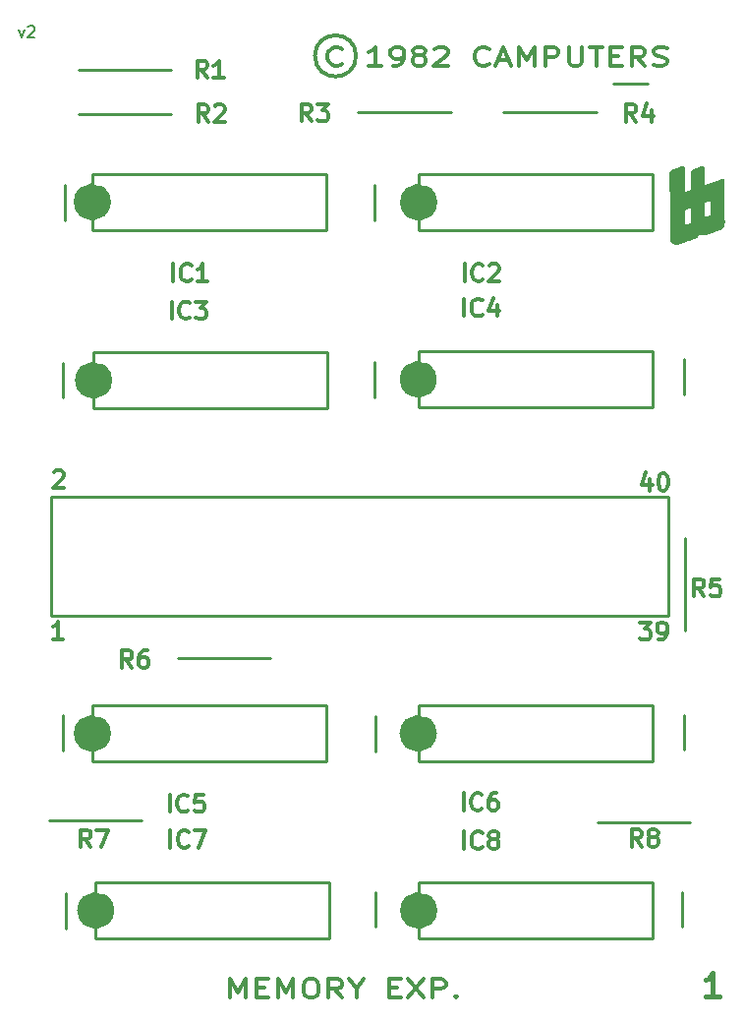
<source format=gbr>
%TF.GenerationSoftware,KiCad,Pcbnew,7.0.7*%
%TF.CreationDate,2023-11-27T02:20:36+00:00*%
%TF.ProjectId,Lynx-MK1-MEM,4c796e78-2d4d-44b3-912d-4d454d2e6b69,rev?*%
%TF.SameCoordinates,Original*%
%TF.FileFunction,Legend,Top*%
%TF.FilePolarity,Positive*%
%FSLAX46Y46*%
G04 Gerber Fmt 4.6, Leading zero omitted, Abs format (unit mm)*
G04 Created by KiCad (PCBNEW 7.0.7) date 2023-11-27 02:20:36*
%MOMM*%
%LPD*%
G01*
G04 APERTURE LIST*
%ADD10C,0.300000*%
%ADD11C,0.320000*%
%ADD12C,0.400000*%
%ADD13C,0.150000*%
%ADD14C,0.254000*%
%ADD15C,1.610849*%
G04 APERTURE END LIST*
D10*
X105000028Y-62190000D02*
G75*
G03*
X105000028Y-62190000I-1770028J0D01*
G01*
D11*
X103789573Y-62875169D02*
X103694335Y-62951360D01*
X103694335Y-62951360D02*
X103408621Y-63027550D01*
X103408621Y-63027550D02*
X103218145Y-63027550D01*
X103218145Y-63027550D02*
X102932430Y-62951360D01*
X102932430Y-62951360D02*
X102741954Y-62798979D01*
X102741954Y-62798979D02*
X102646716Y-62646598D01*
X102646716Y-62646598D02*
X102551478Y-62341836D01*
X102551478Y-62341836D02*
X102551478Y-62113264D01*
X102551478Y-62113264D02*
X102646716Y-61808502D01*
X102646716Y-61808502D02*
X102741954Y-61656121D01*
X102741954Y-61656121D02*
X102932430Y-61503740D01*
X102932430Y-61503740D02*
X103218145Y-61427550D01*
X103218145Y-61427550D02*
X103408621Y-61427550D01*
X103408621Y-61427550D02*
X103694335Y-61503740D01*
X103694335Y-61503740D02*
X103789573Y-61579931D01*
X107218145Y-63027550D02*
X106075288Y-63027550D01*
X106646716Y-63027550D02*
X106646716Y-61427550D01*
X106646716Y-61427550D02*
X106456240Y-61656121D01*
X106456240Y-61656121D02*
X106265764Y-61808502D01*
X106265764Y-61808502D02*
X106075288Y-61884693D01*
X108170526Y-63027550D02*
X108551478Y-63027550D01*
X108551478Y-63027550D02*
X108741955Y-62951360D01*
X108741955Y-62951360D02*
X108837193Y-62875169D01*
X108837193Y-62875169D02*
X109027669Y-62646598D01*
X109027669Y-62646598D02*
X109122907Y-62341836D01*
X109122907Y-62341836D02*
X109122907Y-61732312D01*
X109122907Y-61732312D02*
X109027669Y-61579931D01*
X109027669Y-61579931D02*
X108932431Y-61503740D01*
X108932431Y-61503740D02*
X108741955Y-61427550D01*
X108741955Y-61427550D02*
X108361002Y-61427550D01*
X108361002Y-61427550D02*
X108170526Y-61503740D01*
X108170526Y-61503740D02*
X108075288Y-61579931D01*
X108075288Y-61579931D02*
X107980050Y-61732312D01*
X107980050Y-61732312D02*
X107980050Y-62113264D01*
X107980050Y-62113264D02*
X108075288Y-62265645D01*
X108075288Y-62265645D02*
X108170526Y-62341836D01*
X108170526Y-62341836D02*
X108361002Y-62418026D01*
X108361002Y-62418026D02*
X108741955Y-62418026D01*
X108741955Y-62418026D02*
X108932431Y-62341836D01*
X108932431Y-62341836D02*
X109027669Y-62265645D01*
X109027669Y-62265645D02*
X109122907Y-62113264D01*
X110265764Y-62113264D02*
X110075288Y-62037074D01*
X110075288Y-62037074D02*
X109980050Y-61960883D01*
X109980050Y-61960883D02*
X109884812Y-61808502D01*
X109884812Y-61808502D02*
X109884812Y-61732312D01*
X109884812Y-61732312D02*
X109980050Y-61579931D01*
X109980050Y-61579931D02*
X110075288Y-61503740D01*
X110075288Y-61503740D02*
X110265764Y-61427550D01*
X110265764Y-61427550D02*
X110646717Y-61427550D01*
X110646717Y-61427550D02*
X110837193Y-61503740D01*
X110837193Y-61503740D02*
X110932431Y-61579931D01*
X110932431Y-61579931D02*
X111027669Y-61732312D01*
X111027669Y-61732312D02*
X111027669Y-61808502D01*
X111027669Y-61808502D02*
X110932431Y-61960883D01*
X110932431Y-61960883D02*
X110837193Y-62037074D01*
X110837193Y-62037074D02*
X110646717Y-62113264D01*
X110646717Y-62113264D02*
X110265764Y-62113264D01*
X110265764Y-62113264D02*
X110075288Y-62189455D01*
X110075288Y-62189455D02*
X109980050Y-62265645D01*
X109980050Y-62265645D02*
X109884812Y-62418026D01*
X109884812Y-62418026D02*
X109884812Y-62722788D01*
X109884812Y-62722788D02*
X109980050Y-62875169D01*
X109980050Y-62875169D02*
X110075288Y-62951360D01*
X110075288Y-62951360D02*
X110265764Y-63027550D01*
X110265764Y-63027550D02*
X110646717Y-63027550D01*
X110646717Y-63027550D02*
X110837193Y-62951360D01*
X110837193Y-62951360D02*
X110932431Y-62875169D01*
X110932431Y-62875169D02*
X111027669Y-62722788D01*
X111027669Y-62722788D02*
X111027669Y-62418026D01*
X111027669Y-62418026D02*
X110932431Y-62265645D01*
X110932431Y-62265645D02*
X110837193Y-62189455D01*
X110837193Y-62189455D02*
X110646717Y-62113264D01*
X111789574Y-61579931D02*
X111884812Y-61503740D01*
X111884812Y-61503740D02*
X112075288Y-61427550D01*
X112075288Y-61427550D02*
X112551479Y-61427550D01*
X112551479Y-61427550D02*
X112741955Y-61503740D01*
X112741955Y-61503740D02*
X112837193Y-61579931D01*
X112837193Y-61579931D02*
X112932431Y-61732312D01*
X112932431Y-61732312D02*
X112932431Y-61884693D01*
X112932431Y-61884693D02*
X112837193Y-62113264D01*
X112837193Y-62113264D02*
X111694336Y-63027550D01*
X111694336Y-63027550D02*
X112932431Y-63027550D01*
X116456241Y-62875169D02*
X116361003Y-62951360D01*
X116361003Y-62951360D02*
X116075289Y-63027550D01*
X116075289Y-63027550D02*
X115884813Y-63027550D01*
X115884813Y-63027550D02*
X115599098Y-62951360D01*
X115599098Y-62951360D02*
X115408622Y-62798979D01*
X115408622Y-62798979D02*
X115313384Y-62646598D01*
X115313384Y-62646598D02*
X115218146Y-62341836D01*
X115218146Y-62341836D02*
X115218146Y-62113264D01*
X115218146Y-62113264D02*
X115313384Y-61808502D01*
X115313384Y-61808502D02*
X115408622Y-61656121D01*
X115408622Y-61656121D02*
X115599098Y-61503740D01*
X115599098Y-61503740D02*
X115884813Y-61427550D01*
X115884813Y-61427550D02*
X116075289Y-61427550D01*
X116075289Y-61427550D02*
X116361003Y-61503740D01*
X116361003Y-61503740D02*
X116456241Y-61579931D01*
X117218146Y-62570407D02*
X118170527Y-62570407D01*
X117027670Y-63027550D02*
X117694336Y-61427550D01*
X117694336Y-61427550D02*
X118361003Y-63027550D01*
X119027670Y-63027550D02*
X119027670Y-61427550D01*
X119027670Y-61427550D02*
X119694337Y-62570407D01*
X119694337Y-62570407D02*
X120361003Y-61427550D01*
X120361003Y-61427550D02*
X120361003Y-63027550D01*
X121313384Y-63027550D02*
X121313384Y-61427550D01*
X121313384Y-61427550D02*
X122075289Y-61427550D01*
X122075289Y-61427550D02*
X122265765Y-61503740D01*
X122265765Y-61503740D02*
X122361003Y-61579931D01*
X122361003Y-61579931D02*
X122456241Y-61732312D01*
X122456241Y-61732312D02*
X122456241Y-61960883D01*
X122456241Y-61960883D02*
X122361003Y-62113264D01*
X122361003Y-62113264D02*
X122265765Y-62189455D01*
X122265765Y-62189455D02*
X122075289Y-62265645D01*
X122075289Y-62265645D02*
X121313384Y-62265645D01*
X123313384Y-61427550D02*
X123313384Y-62722788D01*
X123313384Y-62722788D02*
X123408622Y-62875169D01*
X123408622Y-62875169D02*
X123503860Y-62951360D01*
X123503860Y-62951360D02*
X123694336Y-63027550D01*
X123694336Y-63027550D02*
X124075289Y-63027550D01*
X124075289Y-63027550D02*
X124265765Y-62951360D01*
X124265765Y-62951360D02*
X124361003Y-62875169D01*
X124361003Y-62875169D02*
X124456241Y-62722788D01*
X124456241Y-62722788D02*
X124456241Y-61427550D01*
X125122908Y-61427550D02*
X126265765Y-61427550D01*
X125694336Y-63027550D02*
X125694336Y-61427550D01*
X126932432Y-62189455D02*
X127599099Y-62189455D01*
X127884813Y-63027550D02*
X126932432Y-63027550D01*
X126932432Y-63027550D02*
X126932432Y-61427550D01*
X126932432Y-61427550D02*
X127884813Y-61427550D01*
X129884813Y-63027550D02*
X129218146Y-62265645D01*
X128741956Y-63027550D02*
X128741956Y-61427550D01*
X128741956Y-61427550D02*
X129503861Y-61427550D01*
X129503861Y-61427550D02*
X129694337Y-61503740D01*
X129694337Y-61503740D02*
X129789575Y-61579931D01*
X129789575Y-61579931D02*
X129884813Y-61732312D01*
X129884813Y-61732312D02*
X129884813Y-61960883D01*
X129884813Y-61960883D02*
X129789575Y-62113264D01*
X129789575Y-62113264D02*
X129694337Y-62189455D01*
X129694337Y-62189455D02*
X129503861Y-62265645D01*
X129503861Y-62265645D02*
X128741956Y-62265645D01*
X130646718Y-62951360D02*
X130932432Y-63027550D01*
X130932432Y-63027550D02*
X131408623Y-63027550D01*
X131408623Y-63027550D02*
X131599099Y-62951360D01*
X131599099Y-62951360D02*
X131694337Y-62875169D01*
X131694337Y-62875169D02*
X131789575Y-62722788D01*
X131789575Y-62722788D02*
X131789575Y-62570407D01*
X131789575Y-62570407D02*
X131694337Y-62418026D01*
X131694337Y-62418026D02*
X131599099Y-62341836D01*
X131599099Y-62341836D02*
X131408623Y-62265645D01*
X131408623Y-62265645D02*
X131027670Y-62189455D01*
X131027670Y-62189455D02*
X130837194Y-62113264D01*
X130837194Y-62113264D02*
X130741956Y-62037074D01*
X130741956Y-62037074D02*
X130646718Y-61884693D01*
X130646718Y-61884693D02*
X130646718Y-61732312D01*
X130646718Y-61732312D02*
X130741956Y-61579931D01*
X130741956Y-61579931D02*
X130837194Y-61503740D01*
X130837194Y-61503740D02*
X131027670Y-61427550D01*
X131027670Y-61427550D02*
X131503861Y-61427550D01*
X131503861Y-61427550D02*
X131789575Y-61503740D01*
D12*
X136286966Y-143114438D02*
X135144109Y-143114438D01*
X135715537Y-143114438D02*
X135715537Y-141114438D01*
X135715537Y-141114438D02*
X135525061Y-141400152D01*
X135525061Y-141400152D02*
X135334585Y-141590628D01*
X135334585Y-141590628D02*
X135144109Y-141685866D01*
D13*
X75933541Y-59909152D02*
X76171636Y-60575819D01*
X76171636Y-60575819D02*
X76409731Y-59909152D01*
X76743065Y-59671057D02*
X76790684Y-59623438D01*
X76790684Y-59623438D02*
X76885922Y-59575819D01*
X76885922Y-59575819D02*
X77124017Y-59575819D01*
X77124017Y-59575819D02*
X77219255Y-59623438D01*
X77219255Y-59623438D02*
X77266874Y-59671057D01*
X77266874Y-59671057D02*
X77314493Y-59766295D01*
X77314493Y-59766295D02*
X77314493Y-59861533D01*
X77314493Y-59861533D02*
X77266874Y-60004390D01*
X77266874Y-60004390D02*
X76695446Y-60575819D01*
X76695446Y-60575819D02*
X77314493Y-60575819D01*
D11*
X94166716Y-143257550D02*
X94166716Y-141657550D01*
X94166716Y-141657550D02*
X94833383Y-142800407D01*
X94833383Y-142800407D02*
X95500049Y-141657550D01*
X95500049Y-141657550D02*
X95500049Y-143257550D01*
X96452430Y-142419455D02*
X97119097Y-142419455D01*
X97404811Y-143257550D02*
X96452430Y-143257550D01*
X96452430Y-143257550D02*
X96452430Y-141657550D01*
X96452430Y-141657550D02*
X97404811Y-141657550D01*
X98261954Y-143257550D02*
X98261954Y-141657550D01*
X98261954Y-141657550D02*
X98928621Y-142800407D01*
X98928621Y-142800407D02*
X99595287Y-141657550D01*
X99595287Y-141657550D02*
X99595287Y-143257550D01*
X100928620Y-141657550D02*
X101309573Y-141657550D01*
X101309573Y-141657550D02*
X101500049Y-141733740D01*
X101500049Y-141733740D02*
X101690525Y-141886121D01*
X101690525Y-141886121D02*
X101785763Y-142190883D01*
X101785763Y-142190883D02*
X101785763Y-142724217D01*
X101785763Y-142724217D02*
X101690525Y-143028979D01*
X101690525Y-143028979D02*
X101500049Y-143181360D01*
X101500049Y-143181360D02*
X101309573Y-143257550D01*
X101309573Y-143257550D02*
X100928620Y-143257550D01*
X100928620Y-143257550D02*
X100738144Y-143181360D01*
X100738144Y-143181360D02*
X100547668Y-143028979D01*
X100547668Y-143028979D02*
X100452430Y-142724217D01*
X100452430Y-142724217D02*
X100452430Y-142190883D01*
X100452430Y-142190883D02*
X100547668Y-141886121D01*
X100547668Y-141886121D02*
X100738144Y-141733740D01*
X100738144Y-141733740D02*
X100928620Y-141657550D01*
X103785763Y-143257550D02*
X103119096Y-142495645D01*
X102642906Y-143257550D02*
X102642906Y-141657550D01*
X102642906Y-141657550D02*
X103404811Y-141657550D01*
X103404811Y-141657550D02*
X103595287Y-141733740D01*
X103595287Y-141733740D02*
X103690525Y-141809931D01*
X103690525Y-141809931D02*
X103785763Y-141962312D01*
X103785763Y-141962312D02*
X103785763Y-142190883D01*
X103785763Y-142190883D02*
X103690525Y-142343264D01*
X103690525Y-142343264D02*
X103595287Y-142419455D01*
X103595287Y-142419455D02*
X103404811Y-142495645D01*
X103404811Y-142495645D02*
X102642906Y-142495645D01*
X105023858Y-142495645D02*
X105023858Y-143257550D01*
X104357192Y-141657550D02*
X105023858Y-142495645D01*
X105023858Y-142495645D02*
X105690525Y-141657550D01*
X107881002Y-142419455D02*
X108547669Y-142419455D01*
X108833383Y-143257550D02*
X107881002Y-143257550D01*
X107881002Y-143257550D02*
X107881002Y-141657550D01*
X107881002Y-141657550D02*
X108833383Y-141657550D01*
X109500050Y-141657550D02*
X110833383Y-143257550D01*
X110833383Y-141657550D02*
X109500050Y-143257550D01*
X111595288Y-143257550D02*
X111595288Y-141657550D01*
X111595288Y-141657550D02*
X112357193Y-141657550D01*
X112357193Y-141657550D02*
X112547669Y-141733740D01*
X112547669Y-141733740D02*
X112642907Y-141809931D01*
X112642907Y-141809931D02*
X112738145Y-141962312D01*
X112738145Y-141962312D02*
X112738145Y-142190883D01*
X112738145Y-142190883D02*
X112642907Y-142343264D01*
X112642907Y-142343264D02*
X112547669Y-142419455D01*
X112547669Y-142419455D02*
X112357193Y-142495645D01*
X112357193Y-142495645D02*
X111595288Y-142495645D01*
X113595288Y-143105169D02*
X113690526Y-143181360D01*
X113690526Y-143181360D02*
X113595288Y-143257550D01*
X113595288Y-143257550D02*
X113500050Y-143181360D01*
X113500050Y-143181360D02*
X113595288Y-143105169D01*
X113595288Y-143105169D02*
X113595288Y-143257550D01*
D10*
X89235714Y-81608328D02*
X89235714Y-80108328D01*
X90807143Y-81465471D02*
X90735715Y-81536900D01*
X90735715Y-81536900D02*
X90521429Y-81608328D01*
X90521429Y-81608328D02*
X90378572Y-81608328D01*
X90378572Y-81608328D02*
X90164286Y-81536900D01*
X90164286Y-81536900D02*
X90021429Y-81394042D01*
X90021429Y-81394042D02*
X89950000Y-81251185D01*
X89950000Y-81251185D02*
X89878572Y-80965471D01*
X89878572Y-80965471D02*
X89878572Y-80751185D01*
X89878572Y-80751185D02*
X89950000Y-80465471D01*
X89950000Y-80465471D02*
X90021429Y-80322614D01*
X90021429Y-80322614D02*
X90164286Y-80179757D01*
X90164286Y-80179757D02*
X90378572Y-80108328D01*
X90378572Y-80108328D02*
X90521429Y-80108328D01*
X90521429Y-80108328D02*
X90735715Y-80179757D01*
X90735715Y-80179757D02*
X90807143Y-80251185D01*
X92235715Y-81608328D02*
X91378572Y-81608328D01*
X91807143Y-81608328D02*
X91807143Y-80108328D01*
X91807143Y-80108328D02*
X91664286Y-80322614D01*
X91664286Y-80322614D02*
X91521429Y-80465471D01*
X91521429Y-80465471D02*
X91378572Y-80536900D01*
X130321429Y-98600828D02*
X130321429Y-99600828D01*
X129964286Y-98029400D02*
X129607143Y-99100828D01*
X129607143Y-99100828D02*
X130535714Y-99100828D01*
X131392857Y-98100828D02*
X131535714Y-98100828D01*
X131535714Y-98100828D02*
X131678571Y-98172257D01*
X131678571Y-98172257D02*
X131750000Y-98243685D01*
X131750000Y-98243685D02*
X131821428Y-98386542D01*
X131821428Y-98386542D02*
X131892857Y-98672257D01*
X131892857Y-98672257D02*
X131892857Y-99029400D01*
X131892857Y-99029400D02*
X131821428Y-99315114D01*
X131821428Y-99315114D02*
X131750000Y-99457971D01*
X131750000Y-99457971D02*
X131678571Y-99529400D01*
X131678571Y-99529400D02*
X131535714Y-99600828D01*
X131535714Y-99600828D02*
X131392857Y-99600828D01*
X131392857Y-99600828D02*
X131250000Y-99529400D01*
X131250000Y-99529400D02*
X131178571Y-99457971D01*
X131178571Y-99457971D02*
X131107142Y-99315114D01*
X131107142Y-99315114D02*
X131035714Y-99029400D01*
X131035714Y-99029400D02*
X131035714Y-98672257D01*
X131035714Y-98672257D02*
X131107142Y-98386542D01*
X131107142Y-98386542D02*
X131178571Y-98243685D01*
X131178571Y-98243685D02*
X131250000Y-98172257D01*
X131250000Y-98172257D02*
X131392857Y-98100828D01*
X129435714Y-110950828D02*
X130364286Y-110950828D01*
X130364286Y-110950828D02*
X129864286Y-111522257D01*
X129864286Y-111522257D02*
X130078571Y-111522257D01*
X130078571Y-111522257D02*
X130221429Y-111593685D01*
X130221429Y-111593685D02*
X130292857Y-111665114D01*
X130292857Y-111665114D02*
X130364286Y-111807971D01*
X130364286Y-111807971D02*
X130364286Y-112165114D01*
X130364286Y-112165114D02*
X130292857Y-112307971D01*
X130292857Y-112307971D02*
X130221429Y-112379400D01*
X130221429Y-112379400D02*
X130078571Y-112450828D01*
X130078571Y-112450828D02*
X129650000Y-112450828D01*
X129650000Y-112450828D02*
X129507143Y-112379400D01*
X129507143Y-112379400D02*
X129435714Y-112307971D01*
X131078571Y-112450828D02*
X131364285Y-112450828D01*
X131364285Y-112450828D02*
X131507142Y-112379400D01*
X131507142Y-112379400D02*
X131578571Y-112307971D01*
X131578571Y-112307971D02*
X131721428Y-112093685D01*
X131721428Y-112093685D02*
X131792857Y-111807971D01*
X131792857Y-111807971D02*
X131792857Y-111236542D01*
X131792857Y-111236542D02*
X131721428Y-111093685D01*
X131721428Y-111093685D02*
X131650000Y-111022257D01*
X131650000Y-111022257D02*
X131507142Y-110950828D01*
X131507142Y-110950828D02*
X131221428Y-110950828D01*
X131221428Y-110950828D02*
X131078571Y-111022257D01*
X131078571Y-111022257D02*
X131007142Y-111093685D01*
X131007142Y-111093685D02*
X130935714Y-111236542D01*
X130935714Y-111236542D02*
X130935714Y-111593685D01*
X130935714Y-111593685D02*
X131007142Y-111736542D01*
X131007142Y-111736542D02*
X131078571Y-111807971D01*
X131078571Y-111807971D02*
X131221428Y-111879400D01*
X131221428Y-111879400D02*
X131507142Y-111879400D01*
X131507142Y-111879400D02*
X131650000Y-111807971D01*
X131650000Y-111807971D02*
X131721428Y-111736542D01*
X131721428Y-111736542D02*
X131792857Y-111593685D01*
X78983082Y-97993685D02*
X79054510Y-97922257D01*
X79054510Y-97922257D02*
X79197368Y-97850828D01*
X79197368Y-97850828D02*
X79554510Y-97850828D01*
X79554510Y-97850828D02*
X79697368Y-97922257D01*
X79697368Y-97922257D02*
X79768796Y-97993685D01*
X79768796Y-97993685D02*
X79840225Y-98136542D01*
X79840225Y-98136542D02*
X79840225Y-98279400D01*
X79840225Y-98279400D02*
X79768796Y-98493685D01*
X79768796Y-98493685D02*
X78911653Y-99350828D01*
X78911653Y-99350828D02*
X79840225Y-99350828D01*
X79790225Y-112400828D02*
X78933082Y-112400828D01*
X79361653Y-112400828D02*
X79361653Y-110900828D01*
X79361653Y-110900828D02*
X79218796Y-111115114D01*
X79218796Y-111115114D02*
X79075939Y-111257971D01*
X79075939Y-111257971D02*
X78933082Y-111329400D01*
X114345714Y-81598328D02*
X114345714Y-80098328D01*
X115917143Y-81455471D02*
X115845715Y-81526900D01*
X115845715Y-81526900D02*
X115631429Y-81598328D01*
X115631429Y-81598328D02*
X115488572Y-81598328D01*
X115488572Y-81598328D02*
X115274286Y-81526900D01*
X115274286Y-81526900D02*
X115131429Y-81384042D01*
X115131429Y-81384042D02*
X115060000Y-81241185D01*
X115060000Y-81241185D02*
X114988572Y-80955471D01*
X114988572Y-80955471D02*
X114988572Y-80741185D01*
X114988572Y-80741185D02*
X115060000Y-80455471D01*
X115060000Y-80455471D02*
X115131429Y-80312614D01*
X115131429Y-80312614D02*
X115274286Y-80169757D01*
X115274286Y-80169757D02*
X115488572Y-80098328D01*
X115488572Y-80098328D02*
X115631429Y-80098328D01*
X115631429Y-80098328D02*
X115845715Y-80169757D01*
X115845715Y-80169757D02*
X115917143Y-80241185D01*
X116488572Y-80241185D02*
X116560000Y-80169757D01*
X116560000Y-80169757D02*
X116702858Y-80098328D01*
X116702858Y-80098328D02*
X117060000Y-80098328D01*
X117060000Y-80098328D02*
X117202858Y-80169757D01*
X117202858Y-80169757D02*
X117274286Y-80241185D01*
X117274286Y-80241185D02*
X117345715Y-80384042D01*
X117345715Y-80384042D02*
X117345715Y-80526900D01*
X117345715Y-80526900D02*
X117274286Y-80741185D01*
X117274286Y-80741185D02*
X116417143Y-81598328D01*
X116417143Y-81598328D02*
X117345715Y-81598328D01*
X85710000Y-114858328D02*
X85210000Y-114144042D01*
X84852857Y-114858328D02*
X84852857Y-113358328D01*
X84852857Y-113358328D02*
X85424286Y-113358328D01*
X85424286Y-113358328D02*
X85567143Y-113429757D01*
X85567143Y-113429757D02*
X85638572Y-113501185D01*
X85638572Y-113501185D02*
X85710000Y-113644042D01*
X85710000Y-113644042D02*
X85710000Y-113858328D01*
X85710000Y-113858328D02*
X85638572Y-114001185D01*
X85638572Y-114001185D02*
X85567143Y-114072614D01*
X85567143Y-114072614D02*
X85424286Y-114144042D01*
X85424286Y-114144042D02*
X84852857Y-114144042D01*
X86995715Y-113358328D02*
X86710000Y-113358328D01*
X86710000Y-113358328D02*
X86567143Y-113429757D01*
X86567143Y-113429757D02*
X86495715Y-113501185D01*
X86495715Y-113501185D02*
X86352857Y-113715471D01*
X86352857Y-113715471D02*
X86281429Y-114001185D01*
X86281429Y-114001185D02*
X86281429Y-114572614D01*
X86281429Y-114572614D02*
X86352857Y-114715471D01*
X86352857Y-114715471D02*
X86424286Y-114786900D01*
X86424286Y-114786900D02*
X86567143Y-114858328D01*
X86567143Y-114858328D02*
X86852857Y-114858328D01*
X86852857Y-114858328D02*
X86995715Y-114786900D01*
X86995715Y-114786900D02*
X87067143Y-114715471D01*
X87067143Y-114715471D02*
X87138572Y-114572614D01*
X87138572Y-114572614D02*
X87138572Y-114215471D01*
X87138572Y-114215471D02*
X87067143Y-114072614D01*
X87067143Y-114072614D02*
X86995715Y-114001185D01*
X86995715Y-114001185D02*
X86852857Y-113929757D01*
X86852857Y-113929757D02*
X86567143Y-113929757D01*
X86567143Y-113929757D02*
X86424286Y-114001185D01*
X86424286Y-114001185D02*
X86352857Y-114072614D01*
X86352857Y-114072614D02*
X86281429Y-114215471D01*
X129610000Y-130248328D02*
X129110000Y-129534042D01*
X128752857Y-130248328D02*
X128752857Y-128748328D01*
X128752857Y-128748328D02*
X129324286Y-128748328D01*
X129324286Y-128748328D02*
X129467143Y-128819757D01*
X129467143Y-128819757D02*
X129538572Y-128891185D01*
X129538572Y-128891185D02*
X129610000Y-129034042D01*
X129610000Y-129034042D02*
X129610000Y-129248328D01*
X129610000Y-129248328D02*
X129538572Y-129391185D01*
X129538572Y-129391185D02*
X129467143Y-129462614D01*
X129467143Y-129462614D02*
X129324286Y-129534042D01*
X129324286Y-129534042D02*
X128752857Y-129534042D01*
X130467143Y-129391185D02*
X130324286Y-129319757D01*
X130324286Y-129319757D02*
X130252857Y-129248328D01*
X130252857Y-129248328D02*
X130181429Y-129105471D01*
X130181429Y-129105471D02*
X130181429Y-129034042D01*
X130181429Y-129034042D02*
X130252857Y-128891185D01*
X130252857Y-128891185D02*
X130324286Y-128819757D01*
X130324286Y-128819757D02*
X130467143Y-128748328D01*
X130467143Y-128748328D02*
X130752857Y-128748328D01*
X130752857Y-128748328D02*
X130895715Y-128819757D01*
X130895715Y-128819757D02*
X130967143Y-128891185D01*
X130967143Y-128891185D02*
X131038572Y-129034042D01*
X131038572Y-129034042D02*
X131038572Y-129105471D01*
X131038572Y-129105471D02*
X130967143Y-129248328D01*
X130967143Y-129248328D02*
X130895715Y-129319757D01*
X130895715Y-129319757D02*
X130752857Y-129391185D01*
X130752857Y-129391185D02*
X130467143Y-129391185D01*
X130467143Y-129391185D02*
X130324286Y-129462614D01*
X130324286Y-129462614D02*
X130252857Y-129534042D01*
X130252857Y-129534042D02*
X130181429Y-129676900D01*
X130181429Y-129676900D02*
X130181429Y-129962614D01*
X130181429Y-129962614D02*
X130252857Y-130105471D01*
X130252857Y-130105471D02*
X130324286Y-130176900D01*
X130324286Y-130176900D02*
X130467143Y-130248328D01*
X130467143Y-130248328D02*
X130752857Y-130248328D01*
X130752857Y-130248328D02*
X130895715Y-130176900D01*
X130895715Y-130176900D02*
X130967143Y-130105471D01*
X130967143Y-130105471D02*
X131038572Y-129962614D01*
X131038572Y-129962614D02*
X131038572Y-129676900D01*
X131038572Y-129676900D02*
X130967143Y-129534042D01*
X130967143Y-129534042D02*
X130895715Y-129462614D01*
X130895715Y-129462614D02*
X130752857Y-129391185D01*
X88945714Y-127268328D02*
X88945714Y-125768328D01*
X90517143Y-127125471D02*
X90445715Y-127196900D01*
X90445715Y-127196900D02*
X90231429Y-127268328D01*
X90231429Y-127268328D02*
X90088572Y-127268328D01*
X90088572Y-127268328D02*
X89874286Y-127196900D01*
X89874286Y-127196900D02*
X89731429Y-127054042D01*
X89731429Y-127054042D02*
X89660000Y-126911185D01*
X89660000Y-126911185D02*
X89588572Y-126625471D01*
X89588572Y-126625471D02*
X89588572Y-126411185D01*
X89588572Y-126411185D02*
X89660000Y-126125471D01*
X89660000Y-126125471D02*
X89731429Y-125982614D01*
X89731429Y-125982614D02*
X89874286Y-125839757D01*
X89874286Y-125839757D02*
X90088572Y-125768328D01*
X90088572Y-125768328D02*
X90231429Y-125768328D01*
X90231429Y-125768328D02*
X90445715Y-125839757D01*
X90445715Y-125839757D02*
X90517143Y-125911185D01*
X91874286Y-125768328D02*
X91160000Y-125768328D01*
X91160000Y-125768328D02*
X91088572Y-126482614D01*
X91088572Y-126482614D02*
X91160000Y-126411185D01*
X91160000Y-126411185D02*
X91302858Y-126339757D01*
X91302858Y-126339757D02*
X91660000Y-126339757D01*
X91660000Y-126339757D02*
X91802858Y-126411185D01*
X91802858Y-126411185D02*
X91874286Y-126482614D01*
X91874286Y-126482614D02*
X91945715Y-126625471D01*
X91945715Y-126625471D02*
X91945715Y-126982614D01*
X91945715Y-126982614D02*
X91874286Y-127125471D01*
X91874286Y-127125471D02*
X91802858Y-127196900D01*
X91802858Y-127196900D02*
X91660000Y-127268328D01*
X91660000Y-127268328D02*
X91302858Y-127268328D01*
X91302858Y-127268328D02*
X91160000Y-127196900D01*
X91160000Y-127196900D02*
X91088572Y-127125471D01*
X92170000Y-64088328D02*
X91670000Y-63374042D01*
X91312857Y-64088328D02*
X91312857Y-62588328D01*
X91312857Y-62588328D02*
X91884286Y-62588328D01*
X91884286Y-62588328D02*
X92027143Y-62659757D01*
X92027143Y-62659757D02*
X92098572Y-62731185D01*
X92098572Y-62731185D02*
X92170000Y-62874042D01*
X92170000Y-62874042D02*
X92170000Y-63088328D01*
X92170000Y-63088328D02*
X92098572Y-63231185D01*
X92098572Y-63231185D02*
X92027143Y-63302614D01*
X92027143Y-63302614D02*
X91884286Y-63374042D01*
X91884286Y-63374042D02*
X91312857Y-63374042D01*
X93598572Y-64088328D02*
X92741429Y-64088328D01*
X93170000Y-64088328D02*
X93170000Y-62588328D01*
X93170000Y-62588328D02*
X93027143Y-62802614D01*
X93027143Y-62802614D02*
X92884286Y-62945471D01*
X92884286Y-62945471D02*
X92741429Y-63016900D01*
X89125714Y-84838328D02*
X89125714Y-83338328D01*
X90697143Y-84695471D02*
X90625715Y-84766900D01*
X90625715Y-84766900D02*
X90411429Y-84838328D01*
X90411429Y-84838328D02*
X90268572Y-84838328D01*
X90268572Y-84838328D02*
X90054286Y-84766900D01*
X90054286Y-84766900D02*
X89911429Y-84624042D01*
X89911429Y-84624042D02*
X89840000Y-84481185D01*
X89840000Y-84481185D02*
X89768572Y-84195471D01*
X89768572Y-84195471D02*
X89768572Y-83981185D01*
X89768572Y-83981185D02*
X89840000Y-83695471D01*
X89840000Y-83695471D02*
X89911429Y-83552614D01*
X89911429Y-83552614D02*
X90054286Y-83409757D01*
X90054286Y-83409757D02*
X90268572Y-83338328D01*
X90268572Y-83338328D02*
X90411429Y-83338328D01*
X90411429Y-83338328D02*
X90625715Y-83409757D01*
X90625715Y-83409757D02*
X90697143Y-83481185D01*
X91197143Y-83338328D02*
X92125715Y-83338328D01*
X92125715Y-83338328D02*
X91625715Y-83909757D01*
X91625715Y-83909757D02*
X91840000Y-83909757D01*
X91840000Y-83909757D02*
X91982858Y-83981185D01*
X91982858Y-83981185D02*
X92054286Y-84052614D01*
X92054286Y-84052614D02*
X92125715Y-84195471D01*
X92125715Y-84195471D02*
X92125715Y-84552614D01*
X92125715Y-84552614D02*
X92054286Y-84695471D01*
X92054286Y-84695471D02*
X91982858Y-84766900D01*
X91982858Y-84766900D02*
X91840000Y-84838328D01*
X91840000Y-84838328D02*
X91411429Y-84838328D01*
X91411429Y-84838328D02*
X91268572Y-84766900D01*
X91268572Y-84766900D02*
X91197143Y-84695471D01*
X88985714Y-130348328D02*
X88985714Y-128848328D01*
X90557143Y-130205471D02*
X90485715Y-130276900D01*
X90485715Y-130276900D02*
X90271429Y-130348328D01*
X90271429Y-130348328D02*
X90128572Y-130348328D01*
X90128572Y-130348328D02*
X89914286Y-130276900D01*
X89914286Y-130276900D02*
X89771429Y-130134042D01*
X89771429Y-130134042D02*
X89700000Y-129991185D01*
X89700000Y-129991185D02*
X89628572Y-129705471D01*
X89628572Y-129705471D02*
X89628572Y-129491185D01*
X89628572Y-129491185D02*
X89700000Y-129205471D01*
X89700000Y-129205471D02*
X89771429Y-129062614D01*
X89771429Y-129062614D02*
X89914286Y-128919757D01*
X89914286Y-128919757D02*
X90128572Y-128848328D01*
X90128572Y-128848328D02*
X90271429Y-128848328D01*
X90271429Y-128848328D02*
X90485715Y-128919757D01*
X90485715Y-128919757D02*
X90557143Y-128991185D01*
X91057143Y-128848328D02*
X92057143Y-128848328D01*
X92057143Y-128848328D02*
X91414286Y-130348328D01*
X114265714Y-127148328D02*
X114265714Y-125648328D01*
X115837143Y-127005471D02*
X115765715Y-127076900D01*
X115765715Y-127076900D02*
X115551429Y-127148328D01*
X115551429Y-127148328D02*
X115408572Y-127148328D01*
X115408572Y-127148328D02*
X115194286Y-127076900D01*
X115194286Y-127076900D02*
X115051429Y-126934042D01*
X115051429Y-126934042D02*
X114980000Y-126791185D01*
X114980000Y-126791185D02*
X114908572Y-126505471D01*
X114908572Y-126505471D02*
X114908572Y-126291185D01*
X114908572Y-126291185D02*
X114980000Y-126005471D01*
X114980000Y-126005471D02*
X115051429Y-125862614D01*
X115051429Y-125862614D02*
X115194286Y-125719757D01*
X115194286Y-125719757D02*
X115408572Y-125648328D01*
X115408572Y-125648328D02*
X115551429Y-125648328D01*
X115551429Y-125648328D02*
X115765715Y-125719757D01*
X115765715Y-125719757D02*
X115837143Y-125791185D01*
X117122858Y-125648328D02*
X116837143Y-125648328D01*
X116837143Y-125648328D02*
X116694286Y-125719757D01*
X116694286Y-125719757D02*
X116622858Y-125791185D01*
X116622858Y-125791185D02*
X116480000Y-126005471D01*
X116480000Y-126005471D02*
X116408572Y-126291185D01*
X116408572Y-126291185D02*
X116408572Y-126862614D01*
X116408572Y-126862614D02*
X116480000Y-127005471D01*
X116480000Y-127005471D02*
X116551429Y-127076900D01*
X116551429Y-127076900D02*
X116694286Y-127148328D01*
X116694286Y-127148328D02*
X116980000Y-127148328D01*
X116980000Y-127148328D02*
X117122858Y-127076900D01*
X117122858Y-127076900D02*
X117194286Y-127005471D01*
X117194286Y-127005471D02*
X117265715Y-126862614D01*
X117265715Y-126862614D02*
X117265715Y-126505471D01*
X117265715Y-126505471D02*
X117194286Y-126362614D01*
X117194286Y-126362614D02*
X117122858Y-126291185D01*
X117122858Y-126291185D02*
X116980000Y-126219757D01*
X116980000Y-126219757D02*
X116694286Y-126219757D01*
X116694286Y-126219757D02*
X116551429Y-126291185D01*
X116551429Y-126291185D02*
X116480000Y-126362614D01*
X116480000Y-126362614D02*
X116408572Y-126505471D01*
X134990000Y-108718328D02*
X134490000Y-108004042D01*
X134132857Y-108718328D02*
X134132857Y-107218328D01*
X134132857Y-107218328D02*
X134704286Y-107218328D01*
X134704286Y-107218328D02*
X134847143Y-107289757D01*
X134847143Y-107289757D02*
X134918572Y-107361185D01*
X134918572Y-107361185D02*
X134990000Y-107504042D01*
X134990000Y-107504042D02*
X134990000Y-107718328D01*
X134990000Y-107718328D02*
X134918572Y-107861185D01*
X134918572Y-107861185D02*
X134847143Y-107932614D01*
X134847143Y-107932614D02*
X134704286Y-108004042D01*
X134704286Y-108004042D02*
X134132857Y-108004042D01*
X136347143Y-107218328D02*
X135632857Y-107218328D01*
X135632857Y-107218328D02*
X135561429Y-107932614D01*
X135561429Y-107932614D02*
X135632857Y-107861185D01*
X135632857Y-107861185D02*
X135775715Y-107789757D01*
X135775715Y-107789757D02*
X136132857Y-107789757D01*
X136132857Y-107789757D02*
X136275715Y-107861185D01*
X136275715Y-107861185D02*
X136347143Y-107932614D01*
X136347143Y-107932614D02*
X136418572Y-108075471D01*
X136418572Y-108075471D02*
X136418572Y-108432614D01*
X136418572Y-108432614D02*
X136347143Y-108575471D01*
X136347143Y-108575471D02*
X136275715Y-108646900D01*
X136275715Y-108646900D02*
X136132857Y-108718328D01*
X136132857Y-108718328D02*
X135775715Y-108718328D01*
X135775715Y-108718328D02*
X135632857Y-108646900D01*
X135632857Y-108646900D02*
X135561429Y-108575471D01*
X114295714Y-84598328D02*
X114295714Y-83098328D01*
X115867143Y-84455471D02*
X115795715Y-84526900D01*
X115795715Y-84526900D02*
X115581429Y-84598328D01*
X115581429Y-84598328D02*
X115438572Y-84598328D01*
X115438572Y-84598328D02*
X115224286Y-84526900D01*
X115224286Y-84526900D02*
X115081429Y-84384042D01*
X115081429Y-84384042D02*
X115010000Y-84241185D01*
X115010000Y-84241185D02*
X114938572Y-83955471D01*
X114938572Y-83955471D02*
X114938572Y-83741185D01*
X114938572Y-83741185D02*
X115010000Y-83455471D01*
X115010000Y-83455471D02*
X115081429Y-83312614D01*
X115081429Y-83312614D02*
X115224286Y-83169757D01*
X115224286Y-83169757D02*
X115438572Y-83098328D01*
X115438572Y-83098328D02*
X115581429Y-83098328D01*
X115581429Y-83098328D02*
X115795715Y-83169757D01*
X115795715Y-83169757D02*
X115867143Y-83241185D01*
X117152858Y-83598328D02*
X117152858Y-84598328D01*
X116795715Y-83026900D02*
X116438572Y-84098328D01*
X116438572Y-84098328D02*
X117367143Y-84098328D01*
X114295714Y-130448328D02*
X114295714Y-128948328D01*
X115867143Y-130305471D02*
X115795715Y-130376900D01*
X115795715Y-130376900D02*
X115581429Y-130448328D01*
X115581429Y-130448328D02*
X115438572Y-130448328D01*
X115438572Y-130448328D02*
X115224286Y-130376900D01*
X115224286Y-130376900D02*
X115081429Y-130234042D01*
X115081429Y-130234042D02*
X115010000Y-130091185D01*
X115010000Y-130091185D02*
X114938572Y-129805471D01*
X114938572Y-129805471D02*
X114938572Y-129591185D01*
X114938572Y-129591185D02*
X115010000Y-129305471D01*
X115010000Y-129305471D02*
X115081429Y-129162614D01*
X115081429Y-129162614D02*
X115224286Y-129019757D01*
X115224286Y-129019757D02*
X115438572Y-128948328D01*
X115438572Y-128948328D02*
X115581429Y-128948328D01*
X115581429Y-128948328D02*
X115795715Y-129019757D01*
X115795715Y-129019757D02*
X115867143Y-129091185D01*
X116724286Y-129591185D02*
X116581429Y-129519757D01*
X116581429Y-129519757D02*
X116510000Y-129448328D01*
X116510000Y-129448328D02*
X116438572Y-129305471D01*
X116438572Y-129305471D02*
X116438572Y-129234042D01*
X116438572Y-129234042D02*
X116510000Y-129091185D01*
X116510000Y-129091185D02*
X116581429Y-129019757D01*
X116581429Y-129019757D02*
X116724286Y-128948328D01*
X116724286Y-128948328D02*
X117010000Y-128948328D01*
X117010000Y-128948328D02*
X117152858Y-129019757D01*
X117152858Y-129019757D02*
X117224286Y-129091185D01*
X117224286Y-129091185D02*
X117295715Y-129234042D01*
X117295715Y-129234042D02*
X117295715Y-129305471D01*
X117295715Y-129305471D02*
X117224286Y-129448328D01*
X117224286Y-129448328D02*
X117152858Y-129519757D01*
X117152858Y-129519757D02*
X117010000Y-129591185D01*
X117010000Y-129591185D02*
X116724286Y-129591185D01*
X116724286Y-129591185D02*
X116581429Y-129662614D01*
X116581429Y-129662614D02*
X116510000Y-129734042D01*
X116510000Y-129734042D02*
X116438572Y-129876900D01*
X116438572Y-129876900D02*
X116438572Y-130162614D01*
X116438572Y-130162614D02*
X116510000Y-130305471D01*
X116510000Y-130305471D02*
X116581429Y-130376900D01*
X116581429Y-130376900D02*
X116724286Y-130448328D01*
X116724286Y-130448328D02*
X117010000Y-130448328D01*
X117010000Y-130448328D02*
X117152858Y-130376900D01*
X117152858Y-130376900D02*
X117224286Y-130305471D01*
X117224286Y-130305471D02*
X117295715Y-130162614D01*
X117295715Y-130162614D02*
X117295715Y-129876900D01*
X117295715Y-129876900D02*
X117224286Y-129734042D01*
X117224286Y-129734042D02*
X117152858Y-129662614D01*
X117152858Y-129662614D02*
X117010000Y-129591185D01*
X101170000Y-67828328D02*
X100670000Y-67114042D01*
X100312857Y-67828328D02*
X100312857Y-66328328D01*
X100312857Y-66328328D02*
X100884286Y-66328328D01*
X100884286Y-66328328D02*
X101027143Y-66399757D01*
X101027143Y-66399757D02*
X101098572Y-66471185D01*
X101098572Y-66471185D02*
X101170000Y-66614042D01*
X101170000Y-66614042D02*
X101170000Y-66828328D01*
X101170000Y-66828328D02*
X101098572Y-66971185D01*
X101098572Y-66971185D02*
X101027143Y-67042614D01*
X101027143Y-67042614D02*
X100884286Y-67114042D01*
X100884286Y-67114042D02*
X100312857Y-67114042D01*
X101670000Y-66328328D02*
X102598572Y-66328328D01*
X102598572Y-66328328D02*
X102098572Y-66899757D01*
X102098572Y-66899757D02*
X102312857Y-66899757D01*
X102312857Y-66899757D02*
X102455715Y-66971185D01*
X102455715Y-66971185D02*
X102527143Y-67042614D01*
X102527143Y-67042614D02*
X102598572Y-67185471D01*
X102598572Y-67185471D02*
X102598572Y-67542614D01*
X102598572Y-67542614D02*
X102527143Y-67685471D01*
X102527143Y-67685471D02*
X102455715Y-67756900D01*
X102455715Y-67756900D02*
X102312857Y-67828328D01*
X102312857Y-67828328D02*
X101884286Y-67828328D01*
X101884286Y-67828328D02*
X101741429Y-67756900D01*
X101741429Y-67756900D02*
X101670000Y-67685471D01*
X82160000Y-130308328D02*
X81660000Y-129594042D01*
X81302857Y-130308328D02*
X81302857Y-128808328D01*
X81302857Y-128808328D02*
X81874286Y-128808328D01*
X81874286Y-128808328D02*
X82017143Y-128879757D01*
X82017143Y-128879757D02*
X82088572Y-128951185D01*
X82088572Y-128951185D02*
X82160000Y-129094042D01*
X82160000Y-129094042D02*
X82160000Y-129308328D01*
X82160000Y-129308328D02*
X82088572Y-129451185D01*
X82088572Y-129451185D02*
X82017143Y-129522614D01*
X82017143Y-129522614D02*
X81874286Y-129594042D01*
X81874286Y-129594042D02*
X81302857Y-129594042D01*
X82660000Y-128808328D02*
X83660000Y-128808328D01*
X83660000Y-128808328D02*
X83017143Y-130308328D01*
X129140000Y-67838328D02*
X128640000Y-67124042D01*
X128282857Y-67838328D02*
X128282857Y-66338328D01*
X128282857Y-66338328D02*
X128854286Y-66338328D01*
X128854286Y-66338328D02*
X128997143Y-66409757D01*
X128997143Y-66409757D02*
X129068572Y-66481185D01*
X129068572Y-66481185D02*
X129140000Y-66624042D01*
X129140000Y-66624042D02*
X129140000Y-66838328D01*
X129140000Y-66838328D02*
X129068572Y-66981185D01*
X129068572Y-66981185D02*
X128997143Y-67052614D01*
X128997143Y-67052614D02*
X128854286Y-67124042D01*
X128854286Y-67124042D02*
X128282857Y-67124042D01*
X130425715Y-66838328D02*
X130425715Y-67838328D01*
X130068572Y-66266900D02*
X129711429Y-67338328D01*
X129711429Y-67338328D02*
X130640000Y-67338328D01*
X92260000Y-67868328D02*
X91760000Y-67154042D01*
X91402857Y-67868328D02*
X91402857Y-66368328D01*
X91402857Y-66368328D02*
X91974286Y-66368328D01*
X91974286Y-66368328D02*
X92117143Y-66439757D01*
X92117143Y-66439757D02*
X92188572Y-66511185D01*
X92188572Y-66511185D02*
X92260000Y-66654042D01*
X92260000Y-66654042D02*
X92260000Y-66868328D01*
X92260000Y-66868328D02*
X92188572Y-67011185D01*
X92188572Y-67011185D02*
X92117143Y-67082614D01*
X92117143Y-67082614D02*
X91974286Y-67154042D01*
X91974286Y-67154042D02*
X91402857Y-67154042D01*
X92831429Y-66511185D02*
X92902857Y-66439757D01*
X92902857Y-66439757D02*
X93045715Y-66368328D01*
X93045715Y-66368328D02*
X93402857Y-66368328D01*
X93402857Y-66368328D02*
X93545715Y-66439757D01*
X93545715Y-66439757D02*
X93617143Y-66511185D01*
X93617143Y-66511185D02*
X93688572Y-66654042D01*
X93688572Y-66654042D02*
X93688572Y-66796900D01*
X93688572Y-66796900D02*
X93617143Y-67011185D01*
X93617143Y-67011185D02*
X92760000Y-67868328D01*
X92760000Y-67868328D02*
X93688572Y-67868328D01*
%TO.C,G1*%
G36*
X134865981Y-71656438D02*
G01*
X134889268Y-71661352D01*
X134896865Y-71664015D01*
X134926266Y-71680311D01*
X134951790Y-71703441D01*
X134973067Y-71732918D01*
X134989726Y-71768254D01*
X134999004Y-71798462D01*
X135000724Y-71808416D01*
X135002319Y-71823923D01*
X135003790Y-71845158D01*
X135005141Y-71872293D01*
X135006374Y-71905503D01*
X135007493Y-71944962D01*
X135008498Y-71990843D01*
X135009394Y-72043320D01*
X135010184Y-72102567D01*
X135010869Y-72168757D01*
X135011452Y-72242065D01*
X135011936Y-72322664D01*
X135012325Y-72410729D01*
X135012620Y-72506432D01*
X135012824Y-72609947D01*
X135012920Y-72693931D01*
X135012995Y-72755371D01*
X135013115Y-72815893D01*
X135013276Y-72874836D01*
X135013476Y-72931541D01*
X135013709Y-72985346D01*
X135013973Y-73035591D01*
X135014264Y-73081616D01*
X135014577Y-73122759D01*
X135014909Y-73158360D01*
X135015256Y-73187759D01*
X135015615Y-73210295D01*
X135015945Y-73224176D01*
X135018604Y-73309550D01*
X135175278Y-73257318D01*
X135209463Y-73245906D01*
X135241372Y-73235222D01*
X135270154Y-73225554D01*
X135294957Y-73217190D01*
X135314931Y-73210416D01*
X135329224Y-73205520D01*
X135336986Y-73202789D01*
X135338042Y-73202380D01*
X135345181Y-73199483D01*
X135347176Y-73198816D01*
X135352250Y-73196943D01*
X135357672Y-73195087D01*
X135358340Y-73194914D01*
X135365072Y-73193029D01*
X135365444Y-73192911D01*
X135371533Y-73192403D01*
X135374428Y-73189755D01*
X135374577Y-73188390D01*
X135377530Y-73185676D01*
X135380667Y-73186233D01*
X135385883Y-73186114D01*
X135386756Y-73184203D01*
X135389692Y-73181543D01*
X135392583Y-73182073D01*
X135398400Y-73182338D01*
X135399687Y-73181090D01*
X135403661Y-73179268D01*
X135414679Y-73175119D01*
X135432080Y-73168872D01*
X135455201Y-73160756D01*
X135483382Y-73151000D01*
X135515959Y-73139833D01*
X135552272Y-73127484D01*
X135591659Y-73114182D01*
X135633457Y-73100155D01*
X135638442Y-73098488D01*
X135709821Y-73074622D01*
X135779464Y-73051324D01*
X135846965Y-73028732D01*
X135911917Y-73006980D01*
X135973916Y-72986207D01*
X136032555Y-72966547D01*
X136087428Y-72948138D01*
X136138128Y-72931116D01*
X136184250Y-72915616D01*
X136225388Y-72901777D01*
X136261136Y-72889733D01*
X136291087Y-72879622D01*
X136314836Y-72871579D01*
X136331976Y-72865741D01*
X136342102Y-72862245D01*
X136344787Y-72861268D01*
X136351291Y-72858591D01*
X136352906Y-72857979D01*
X136358055Y-72856067D01*
X136361025Y-72854930D01*
X136368418Y-72852275D01*
X136379974Y-72848312D01*
X136385381Y-72846498D01*
X136398496Y-72842031D01*
X136415636Y-72836064D01*
X136433190Y-72829854D01*
X136433933Y-72829589D01*
X136478952Y-72815636D01*
X136524732Y-72805400D01*
X136568653Y-72799390D01*
X136596968Y-72797969D01*
X136617039Y-72798017D01*
X136631366Y-72798769D01*
X136642321Y-72800614D01*
X136652272Y-72803946D01*
X136663038Y-72808884D01*
X136677561Y-72816671D01*
X136690885Y-72824947D01*
X136697713Y-72829978D01*
X136711128Y-72845055D01*
X136724188Y-72866916D01*
X136736197Y-72894234D01*
X136744661Y-72919402D01*
X136747241Y-72928316D01*
X136749386Y-72936575D01*
X136751155Y-72945047D01*
X136752607Y-72954598D01*
X136753800Y-72966095D01*
X136754793Y-72980405D01*
X136755644Y-72998394D01*
X136756413Y-73020930D01*
X136757158Y-73048878D01*
X136757938Y-73083107D01*
X136758811Y-73124482D01*
X136758925Y-73129962D01*
X136759229Y-73148110D01*
X136759554Y-73174014D01*
X136759898Y-73207309D01*
X136760258Y-73247634D01*
X136760633Y-73294624D01*
X136761020Y-73347916D01*
X136761419Y-73407147D01*
X136761826Y-73471954D01*
X136762240Y-73541973D01*
X136762659Y-73616841D01*
X136763080Y-73696195D01*
X136763503Y-73779671D01*
X136763925Y-73866906D01*
X136764343Y-73957537D01*
X136764757Y-74051200D01*
X136765164Y-74147532D01*
X136765562Y-74246170D01*
X136765949Y-74346750D01*
X136766323Y-74448910D01*
X136766683Y-74552285D01*
X136766807Y-74589336D01*
X136767162Y-74695950D01*
X136767522Y-74802893D01*
X136767884Y-74909721D01*
X136768246Y-75015987D01*
X136768608Y-75121246D01*
X136768968Y-75225050D01*
X136769324Y-75326954D01*
X136769674Y-75426513D01*
X136770018Y-75523279D01*
X136770352Y-75616808D01*
X136770677Y-75706652D01*
X136770989Y-75792367D01*
X136771288Y-75873505D01*
X136771572Y-75949622D01*
X136771839Y-76020270D01*
X136772088Y-76085004D01*
X136772317Y-76143378D01*
X136772524Y-76194946D01*
X136772708Y-76239261D01*
X136772859Y-76274009D01*
X136773087Y-76333480D01*
X136773230Y-76390494D01*
X136773290Y-76444496D01*
X136773271Y-76494933D01*
X136773174Y-76541248D01*
X136773002Y-76582889D01*
X136772757Y-76619299D01*
X136772441Y-76649925D01*
X136772058Y-76674212D01*
X136771610Y-76691605D01*
X136771098Y-76701550D01*
X136770984Y-76702634D01*
X136762093Y-76748941D01*
X136747340Y-76797670D01*
X136727632Y-76846760D01*
X136703878Y-76894151D01*
X136676982Y-76937780D01*
X136654157Y-76968176D01*
X136616476Y-77010463D01*
X136577047Y-77047833D01*
X136533210Y-77082721D01*
X136514957Y-77095756D01*
X136495672Y-77108849D01*
X136477586Y-77120297D01*
X136459522Y-77130646D01*
X136440307Y-77140442D01*
X136418763Y-77150232D01*
X136393716Y-77160562D01*
X136363990Y-77171978D01*
X136328409Y-77185026D01*
X136304192Y-77193713D01*
X136269863Y-77205955D01*
X136231189Y-77219742D01*
X136190987Y-77234069D01*
X136152074Y-77247933D01*
X136117268Y-77260330D01*
X136109339Y-77263153D01*
X136082886Y-77272573D01*
X136058839Y-77281138D01*
X136038296Y-77288458D01*
X136022358Y-77294140D01*
X136012124Y-77297792D01*
X136008824Y-77298974D01*
X136003498Y-77300332D01*
X136002735Y-77300254D01*
X135998922Y-77301564D01*
X135991614Y-77305295D01*
X135983598Y-77309534D01*
X135979436Y-77311406D01*
X135974358Y-77313260D01*
X135971317Y-77314530D01*
X135969903Y-77315103D01*
X135967352Y-77316073D01*
X135963301Y-77317568D01*
X135957386Y-77319720D01*
X135949244Y-77322655D01*
X135938513Y-77326505D01*
X135924829Y-77331398D01*
X135907829Y-77337463D01*
X135887150Y-77344829D01*
X135862429Y-77353627D01*
X135833303Y-77363984D01*
X135799408Y-77376030D01*
X135760382Y-77389895D01*
X135715862Y-77405707D01*
X135665483Y-77423597D01*
X135608884Y-77443692D01*
X135545701Y-77466122D01*
X135475571Y-77491018D01*
X135402994Y-77516780D01*
X135356542Y-77533215D01*
X135311303Y-77549120D01*
X135268019Y-77564238D01*
X135227434Y-77578316D01*
X135190289Y-77591098D01*
X135157328Y-77602330D01*
X135129293Y-77611757D01*
X135106927Y-77619123D01*
X135090972Y-77624175D01*
X135084327Y-77626115D01*
X135056343Y-77633405D01*
X135039711Y-77637397D01*
X135030875Y-77639518D01*
X135009029Y-77644228D01*
X134991916Y-77647308D01*
X134980644Y-77648531D01*
X134976651Y-77648072D01*
X134971786Y-77648809D01*
X134970703Y-77650098D01*
X134965687Y-77651846D01*
X134953908Y-77653187D01*
X134936713Y-77654011D01*
X134920244Y-77654223D01*
X134878277Y-77652307D01*
X134837091Y-77646835D01*
X134798938Y-77638217D01*
X134766073Y-77626867D01*
X134762818Y-77625443D01*
X134748927Y-77619554D01*
X134737482Y-77615321D01*
X134730891Y-77613631D01*
X134730776Y-77613629D01*
X134725621Y-77611311D01*
X134725065Y-77609569D01*
X134721798Y-77605920D01*
X134719266Y-77605510D01*
X134711456Y-77602898D01*
X134708102Y-77600415D01*
X134702157Y-77595647D01*
X134691703Y-77588025D01*
X134678994Y-77579189D01*
X134678868Y-77579103D01*
X134655112Y-77559934D01*
X134630896Y-77534983D01*
X134607931Y-77506293D01*
X134587925Y-77475906D01*
X134579197Y-77459991D01*
X134573787Y-77450101D01*
X134569889Y-77444381D01*
X134568828Y-77443756D01*
X134567738Y-77448036D01*
X134565629Y-77458963D01*
X134562750Y-77475165D01*
X134559345Y-77495267D01*
X134556912Y-77510116D01*
X134552759Y-77534173D01*
X134548305Y-77557263D01*
X134543973Y-77577362D01*
X134540186Y-77592444D01*
X134538657Y-77597391D01*
X134532720Y-77615054D01*
X134526566Y-77634189D01*
X134524137Y-77642045D01*
X134512528Y-77672441D01*
X134495684Y-77705775D01*
X134474856Y-77740103D01*
X134451293Y-77773477D01*
X134426246Y-77803950D01*
X134407798Y-77823192D01*
X134387663Y-77840927D01*
X134363235Y-77859835D01*
X134336816Y-77878331D01*
X134310708Y-77894833D01*
X134287212Y-77907757D01*
X134279790Y-77911250D01*
X134269919Y-77915203D01*
X134253451Y-77921307D01*
X134231499Y-77929171D01*
X134205175Y-77938403D01*
X134175592Y-77948612D01*
X134143863Y-77959407D01*
X134121471Y-77966935D01*
X134090098Y-77977433D01*
X134061125Y-77987136D01*
X134035462Y-77995738D01*
X134014022Y-78002932D01*
X133997719Y-78008413D01*
X133987463Y-78011873D01*
X133984215Y-78012986D01*
X133977066Y-78014615D01*
X133976550Y-78014651D01*
X133971247Y-78017775D01*
X133970445Y-78018864D01*
X133966299Y-78020750D01*
X133955026Y-78025009D01*
X133937201Y-78031440D01*
X133913398Y-78039847D01*
X133884192Y-78050028D01*
X133850158Y-78061787D01*
X133811870Y-78074924D01*
X133769902Y-78089239D01*
X133724829Y-78104535D01*
X133677225Y-78120612D01*
X133651324Y-78129328D01*
X133600516Y-78146426D01*
X133550396Y-78163332D01*
X133501719Y-78179789D01*
X133455244Y-78195539D01*
X133411726Y-78210325D01*
X133371924Y-78223889D01*
X133358713Y-78228407D01*
X133336593Y-78235972D01*
X133306490Y-78246319D01*
X133282373Y-78254670D01*
X133264998Y-78260769D01*
X133261632Y-78261970D01*
X133236612Y-78270891D01*
X133206049Y-78281695D01*
X133172077Y-78293635D01*
X133136833Y-78305960D01*
X133102451Y-78317921D01*
X133083174Y-78324594D01*
X133055281Y-78334318D01*
X133029777Y-78343380D01*
X133007712Y-78351393D01*
X132990134Y-78357970D01*
X132978093Y-78362727D01*
X132972636Y-78365275D01*
X132972554Y-78365338D01*
X132968134Y-78367596D01*
X132967322Y-78366657D01*
X132964824Y-78366292D01*
X132961232Y-78368687D01*
X132956323Y-78371521D01*
X132955143Y-78370717D01*
X132952640Y-78370022D01*
X132950069Y-78371563D01*
X132944029Y-78374504D01*
X132931663Y-78379344D01*
X132914407Y-78385596D01*
X132893696Y-78392775D01*
X132870965Y-78400397D01*
X132847649Y-78407973D01*
X132825183Y-78415020D01*
X132805003Y-78421051D01*
X132797778Y-78423102D01*
X132774492Y-78428621D01*
X132745906Y-78433940D01*
X132714706Y-78438688D01*
X132683580Y-78442491D01*
X132655214Y-78444977D01*
X132634278Y-78445780D01*
X132615319Y-78444977D01*
X132590830Y-78442734D01*
X132563203Y-78439378D01*
X132534833Y-78435233D01*
X132508113Y-78430625D01*
X132485438Y-78425881D01*
X132482217Y-78425099D01*
X132429292Y-78408725D01*
X132375329Y-78386042D01*
X132322641Y-78358136D01*
X132278203Y-78329437D01*
X132230712Y-78290883D01*
X132187443Y-78245974D01*
X132148963Y-78195605D01*
X132115844Y-78140672D01*
X132088653Y-78082071D01*
X132067961Y-78020696D01*
X132059361Y-77985146D01*
X132049223Y-77936355D01*
X132038443Y-75455671D01*
X133348910Y-75455671D01*
X133348913Y-75711596D01*
X133348952Y-75786451D01*
X133349064Y-75861374D01*
X133349246Y-75935931D01*
X133349493Y-76009684D01*
X133349802Y-76082198D01*
X133350167Y-76153036D01*
X133350584Y-76221762D01*
X133351050Y-76287939D01*
X133351560Y-76351133D01*
X133352110Y-76410906D01*
X133352696Y-76466822D01*
X133353313Y-76518445D01*
X133353957Y-76565339D01*
X133354625Y-76607069D01*
X133355311Y-76643196D01*
X133356012Y-76673286D01*
X133356723Y-76696903D01*
X133357440Y-76713609D01*
X133358159Y-76722969D01*
X133358713Y-76724895D01*
X133364701Y-76721211D01*
X133366120Y-76720783D01*
X133366736Y-76720721D01*
X133367269Y-76720664D01*
X133368340Y-76720412D01*
X133370567Y-76719764D01*
X133374572Y-76718521D01*
X133380973Y-76716482D01*
X133390391Y-76713448D01*
X133403445Y-76709218D01*
X133420756Y-76703593D01*
X133442943Y-76696371D01*
X133470626Y-76687353D01*
X133504424Y-76676339D01*
X133544958Y-76663129D01*
X133572180Y-76654258D01*
X133611724Y-76641375D01*
X133650281Y-76628820D01*
X133686890Y-76616905D01*
X133720592Y-76605944D01*
X133750425Y-76596247D01*
X133775430Y-76588128D01*
X133794646Y-76581898D01*
X133807114Y-76577869D01*
X133807206Y-76577840D01*
X133849408Y-76564260D01*
X133846441Y-75933015D01*
X133846101Y-75862082D01*
X133845757Y-75793376D01*
X133845413Y-75727334D01*
X133845072Y-75664394D01*
X133844735Y-75604991D01*
X133844407Y-75549562D01*
X133844090Y-75498545D01*
X133843786Y-75452377D01*
X133843499Y-75411494D01*
X133843232Y-75376333D01*
X133842987Y-75347331D01*
X133842766Y-75324925D01*
X133842574Y-75309552D01*
X133842413Y-75301648D01*
X133842346Y-75300635D01*
X133838354Y-75301549D01*
X133827535Y-75304663D01*
X133810794Y-75309701D01*
X133789036Y-75316384D01*
X133763166Y-75324436D01*
X133734088Y-75333579D01*
X133711773Y-75340651D01*
X133673347Y-75352860D01*
X133630729Y-75366392D01*
X133586299Y-75380490D01*
X133542439Y-75394399D01*
X133501529Y-75407365D01*
X133465950Y-75418631D01*
X133465620Y-75418736D01*
X133348910Y-75455671D01*
X132038443Y-75455671D01*
X132037395Y-75214492D01*
X132036748Y-75065081D01*
X132036114Y-74917291D01*
X132035607Y-74798166D01*
X135033658Y-74798166D01*
X135036214Y-75433586D01*
X135036506Y-75504757D01*
X135036801Y-75573703D01*
X135037095Y-75639988D01*
X135037387Y-75703176D01*
X135037675Y-75762833D01*
X135037955Y-75818522D01*
X135038225Y-75869808D01*
X135038484Y-75916256D01*
X135038728Y-75957431D01*
X135038955Y-75992896D01*
X135039164Y-76022217D01*
X135039350Y-76044957D01*
X135039513Y-76060683D01*
X135039650Y-76068957D01*
X135039711Y-76070173D01*
X135043819Y-76069467D01*
X135054653Y-76066523D01*
X135071228Y-76061654D01*
X135092564Y-76055175D01*
X135117677Y-76047399D01*
X135145586Y-76038642D01*
X135175308Y-76029217D01*
X135205861Y-76019439D01*
X135236263Y-76009623D01*
X135265531Y-76000082D01*
X135292684Y-75991131D01*
X135316738Y-75983084D01*
X135336711Y-75976255D01*
X135351622Y-75970960D01*
X135360369Y-75967563D01*
X135367867Y-75964773D01*
X135381751Y-75960050D01*
X135400648Y-75953846D01*
X135423184Y-75946609D01*
X135447983Y-75938790D01*
X135453737Y-75936995D01*
X135534926Y-75911729D01*
X135533697Y-75415955D01*
X135533513Y-75350037D01*
X135533288Y-75284316D01*
X135533027Y-75219483D01*
X135532735Y-75156231D01*
X135532416Y-75095254D01*
X135532075Y-75037245D01*
X135531715Y-74982895D01*
X135531342Y-74932899D01*
X135530960Y-74887949D01*
X135530573Y-74848737D01*
X135530185Y-74815958D01*
X135529802Y-74790303D01*
X135529638Y-74781543D01*
X135526807Y-74642905D01*
X135280232Y-74720536D01*
X135033658Y-74798166D01*
X132035607Y-74798166D01*
X132035493Y-74771348D01*
X132034886Y-74627475D01*
X132034294Y-74485898D01*
X132033718Y-74346841D01*
X132033158Y-74210530D01*
X132032616Y-74077187D01*
X132032092Y-73947040D01*
X132031587Y-73820312D01*
X132031102Y-73697227D01*
X132030638Y-73578012D01*
X132030195Y-73462889D01*
X132029775Y-73352086D01*
X132029378Y-73245824D01*
X132029005Y-73144331D01*
X132028657Y-73047830D01*
X132028335Y-72956546D01*
X132028039Y-72870704D01*
X132027771Y-72790529D01*
X132027531Y-72716245D01*
X132027320Y-72648078D01*
X132027138Y-72586251D01*
X132026988Y-72530989D01*
X132026869Y-72482518D01*
X132026783Y-72441062D01*
X132026730Y-72406846D01*
X132026711Y-72380094D01*
X132026727Y-72361032D01*
X132026772Y-72350547D01*
X132027102Y-72312850D01*
X132027429Y-72282315D01*
X132027821Y-72257985D01*
X132028344Y-72238903D01*
X132029064Y-72224113D01*
X132030048Y-72212657D01*
X132031363Y-72203580D01*
X132033075Y-72195924D01*
X132035250Y-72188732D01*
X132037956Y-72181049D01*
X132038709Y-72178979D01*
X132050254Y-72150214D01*
X132062727Y-72126153D01*
X132077876Y-72103989D01*
X132097452Y-72080910D01*
X132104534Y-72073299D01*
X132142099Y-72036212D01*
X132178615Y-72005850D01*
X132215502Y-71981203D01*
X132254178Y-71961261D01*
X132273155Y-71953314D01*
X132288590Y-71947247D01*
X132302746Y-71941640D01*
X132311720Y-71938045D01*
X132320718Y-71934431D01*
X132325832Y-71932447D01*
X132325928Y-71932413D01*
X132331001Y-71930353D01*
X132334047Y-71929030D01*
X132338802Y-71927320D01*
X132350632Y-71923226D01*
X132368918Y-71916957D01*
X132393040Y-71908724D01*
X132422380Y-71898738D01*
X132456320Y-71887209D01*
X132494240Y-71874347D01*
X132535523Y-71860363D01*
X132579548Y-71845467D01*
X132622268Y-71831029D01*
X132670838Y-71814615D01*
X132719160Y-71798274D01*
X132766371Y-71782299D01*
X132811606Y-71766982D01*
X132854002Y-71752616D01*
X132892694Y-71739495D01*
X132926819Y-71727910D01*
X132955511Y-71718155D01*
X132977909Y-71710522D01*
X132988212Y-71706999D01*
X133029697Y-71693305D01*
X133064951Y-71682988D01*
X133095087Y-71675967D01*
X133121218Y-71672155D01*
X133144455Y-71671471D01*
X133165912Y-71673830D01*
X133186702Y-71679148D01*
X133207937Y-71687342D01*
X133213855Y-71690020D01*
X133232951Y-71701898D01*
X133253138Y-71719618D01*
X133272757Y-71741383D01*
X133290148Y-71765395D01*
X133301099Y-71784525D01*
X133306224Y-71794707D01*
X133310698Y-71803821D01*
X133314573Y-71812471D01*
X133317898Y-71821258D01*
X133320723Y-71830787D01*
X133323098Y-71841659D01*
X133325075Y-71854476D01*
X133326702Y-71869843D01*
X133328029Y-71888360D01*
X133329108Y-71910631D01*
X133329988Y-71937259D01*
X133330719Y-71968846D01*
X133331351Y-72005994D01*
X133331935Y-72049306D01*
X133332520Y-72099386D01*
X133333158Y-72156835D01*
X133333325Y-72171931D01*
X133333722Y-72210527D01*
X133334137Y-72256562D01*
X133334566Y-72309357D01*
X133335004Y-72368233D01*
X133335449Y-72432509D01*
X133335896Y-72501506D01*
X133336341Y-72574544D01*
X133336781Y-72650945D01*
X133337210Y-72730029D01*
X133337627Y-72811115D01*
X133338025Y-72893525D01*
X133338402Y-72976579D01*
X133338754Y-73059598D01*
X133339076Y-73141901D01*
X133339280Y-73198040D01*
X133339629Y-73293711D01*
X133339980Y-73381494D01*
X133340335Y-73461622D01*
X133340697Y-73534327D01*
X133341067Y-73599839D01*
X133341449Y-73658391D01*
X133341843Y-73710214D01*
X133342254Y-73755541D01*
X133342682Y-73794602D01*
X133343130Y-73827629D01*
X133343601Y-73854855D01*
X133344097Y-73876511D01*
X133344620Y-73892828D01*
X133345172Y-73904039D01*
X133345756Y-73910374D01*
X133346366Y-73912074D01*
X133350933Y-73910211D01*
X133362549Y-73906047D01*
X133380546Y-73899807D01*
X133404258Y-73891717D01*
X133433018Y-73882002D01*
X133466158Y-73870886D01*
X133503012Y-73858595D01*
X133542912Y-73845354D01*
X133585192Y-73831388D01*
X133594057Y-73828468D01*
X133837175Y-73748418D01*
X133835595Y-72974383D01*
X133835406Y-72881205D01*
X133835240Y-72795795D01*
X133835097Y-72717802D01*
X133834982Y-72646875D01*
X133834897Y-72582661D01*
X133834844Y-72524811D01*
X133834826Y-72472974D01*
X133834847Y-72426797D01*
X133834908Y-72385930D01*
X133835012Y-72350023D01*
X133835163Y-72318723D01*
X133835362Y-72291679D01*
X133835612Y-72268542D01*
X133835917Y-72248958D01*
X133836279Y-72232578D01*
X133836701Y-72219050D01*
X133837184Y-72208024D01*
X133837733Y-72199147D01*
X133838350Y-72192069D01*
X133839037Y-72186439D01*
X133839797Y-72181905D01*
X133840633Y-72178117D01*
X133841548Y-72174723D01*
X133841770Y-72173961D01*
X133855286Y-72137109D01*
X133873879Y-72102402D01*
X133898519Y-72068243D01*
X133922867Y-72040629D01*
X133942406Y-72022605D01*
X133967103Y-72004557D01*
X133997505Y-71986183D01*
X134034156Y-71967184D01*
X134077601Y-71947257D01*
X134128387Y-71926103D01*
X134136444Y-71922896D01*
X134160663Y-71913230D01*
X134183920Y-71903809D01*
X134204505Y-71895339D01*
X134220706Y-71888520D01*
X134229812Y-71884522D01*
X134243180Y-71878631D01*
X134261346Y-71870951D01*
X134281542Y-71862639D01*
X134294763Y-71857322D01*
X134312354Y-71850138D01*
X134327381Y-71843657D01*
X134338086Y-71838660D01*
X134342461Y-71836168D01*
X134346801Y-71833847D01*
X134347536Y-71834593D01*
X134350417Y-71834674D01*
X134356670Y-71831428D01*
X134362743Y-71828455D01*
X134375512Y-71822858D01*
X134394115Y-71814981D01*
X134417691Y-71805172D01*
X134445379Y-71793775D01*
X134476319Y-71781137D01*
X134509649Y-71767604D01*
X134544508Y-71753521D01*
X134580036Y-71739234D01*
X134615372Y-71725090D01*
X134649654Y-71711433D01*
X134682022Y-71698610D01*
X134711614Y-71686967D01*
X134737571Y-71676850D01*
X134759031Y-71668604D01*
X134775132Y-71662575D01*
X134785015Y-71659109D01*
X134787163Y-71658487D01*
X134811906Y-71654853D01*
X134839186Y-71654221D01*
X134865981Y-71656438D01*
G37*
D14*
%TO.C,IC1*%
X82285000Y-77155000D02*
X102435000Y-77155000D01*
X102435000Y-77155000D02*
X102435000Y-72355000D01*
X102435000Y-72355000D02*
X82285000Y-72355000D01*
X82285000Y-72355000D02*
X82285000Y-77155000D01*
D15*
X83090424Y-74755000D02*
G75*
G03*
X83090424Y-74755000I-805424J0D01*
G01*
D14*
%TO.C,C6*%
X106680000Y-122023000D02*
X106680000Y-119023000D01*
%TO.C,PL4*%
X78715000Y-110350000D02*
X131940000Y-110350000D01*
X131940000Y-110350000D02*
X131940000Y-100100000D01*
X131940000Y-100100000D02*
X78715000Y-100100000D01*
X78715000Y-100100000D02*
X78715000Y-110350000D01*
%TO.C,C7*%
X106553000Y-91543000D02*
X106553000Y-88543000D01*
%TO.C,C1*%
X80010000Y-137263000D02*
X80010000Y-134263000D01*
%TO.C,IC2*%
X110393425Y-77188000D02*
X130543425Y-77188000D01*
X130543425Y-77188000D02*
X130543425Y-72388000D01*
X130543425Y-72388000D02*
X110393425Y-72388000D01*
X110393425Y-72388000D02*
X110393425Y-77188000D01*
D15*
X111198849Y-74788000D02*
G75*
G03*
X111198849Y-74788000I-805424J0D01*
G01*
D14*
%TO.C,R6*%
X97650000Y-114050000D02*
X89650000Y-114050000D01*
%TO.C,C9*%
X133096000Y-134136000D02*
X133096000Y-137136000D01*
%TO.C,R8*%
X125767000Y-128143000D02*
X133767000Y-128143000D01*
%TO.C,C11*%
X133223000Y-88289000D02*
X133223000Y-91289000D01*
%TO.C,IC5*%
X82291000Y-122908000D02*
X102441000Y-122908000D01*
X102441000Y-122908000D02*
X102441000Y-118108000D01*
X102441000Y-118108000D02*
X82291000Y-118108000D01*
X82291000Y-118108000D02*
X82291000Y-122908000D01*
D15*
X83096424Y-120508000D02*
G75*
G03*
X83096424Y-120508000I-805424J0D01*
G01*
D14*
%TO.C,C8*%
X106553000Y-76303000D02*
X106553000Y-73303000D01*
%TO.C,R1*%
X81063000Y-63373000D02*
X89063000Y-63373000D01*
%TO.C,C12*%
X130150000Y-64550000D02*
X127150000Y-64550000D01*
%TO.C,C4*%
X79883000Y-76303000D02*
X79883000Y-73303000D01*
%TO.C,IC3*%
X82392600Y-92504200D02*
X102542600Y-92504200D01*
X102542600Y-92504200D02*
X102542600Y-87704200D01*
X102542600Y-87704200D02*
X82392600Y-87704200D01*
X82392600Y-87704200D02*
X82392600Y-92504200D01*
D15*
X83198024Y-90104200D02*
G75*
G03*
X83198024Y-90104200I-805424J0D01*
G01*
D14*
%TO.C,C3*%
X79790000Y-91590000D02*
X79790000Y-88590000D01*
%TO.C,C5*%
X106680000Y-137136000D02*
X106680000Y-134136000D01*
%TO.C,IC7*%
X82580425Y-138138000D02*
X102730425Y-138138000D01*
X102730425Y-138138000D02*
X102730425Y-133338000D01*
X102730425Y-133338000D02*
X82580425Y-133338000D01*
X82580425Y-133338000D02*
X82580425Y-138138000D01*
D15*
X83385849Y-135738000D02*
G75*
G03*
X83385849Y-135738000I-805424J0D01*
G01*
D14*
%TO.C,IC6*%
X110358000Y-122898000D02*
X130508000Y-122898000D01*
X130508000Y-122898000D02*
X130508000Y-118098000D01*
X130508000Y-118098000D02*
X110358000Y-118098000D01*
X110358000Y-118098000D02*
X110358000Y-122898000D01*
D15*
X111163424Y-120498000D02*
G75*
G03*
X111163424Y-120498000I-805424J0D01*
G01*
D14*
%TO.C,R5*%
X133350000Y-103669000D02*
X133350000Y-111669000D01*
%TO.C,C2*%
X79770000Y-121970000D02*
X79770000Y-118970000D01*
%TO.C,IC4*%
X110358000Y-92428000D02*
X130508000Y-92428000D01*
X130508000Y-92428000D02*
X130508000Y-87628000D01*
X130508000Y-87628000D02*
X110358000Y-87628000D01*
X110358000Y-87628000D02*
X110358000Y-92428000D01*
D15*
X111163424Y-90028000D02*
G75*
G03*
X111163424Y-90028000I-805424J0D01*
G01*
D14*
%TO.C,IC8*%
X110393425Y-138138000D02*
X130543425Y-138138000D01*
X130543425Y-138138000D02*
X130543425Y-133338000D01*
X130543425Y-133338000D02*
X110393425Y-133338000D01*
X110393425Y-133338000D02*
X110393425Y-138138000D01*
D15*
X111198849Y-135738000D02*
G75*
G03*
X111198849Y-135738000I-805424J0D01*
G01*
D14*
%TO.C,R3*%
X105160000Y-67056000D02*
X113160000Y-67056000D01*
%TO.C,C10*%
X133223000Y-118896000D02*
X133223000Y-121896000D01*
%TO.C,R7*%
X78523000Y-128016000D02*
X86523000Y-128016000D01*
%TO.C,R4*%
X125693000Y-67056000D02*
X117693000Y-67056000D01*
%TO.C,R2*%
X81063000Y-67183000D02*
X89063000Y-67183000D01*
%TD*%
M02*

</source>
